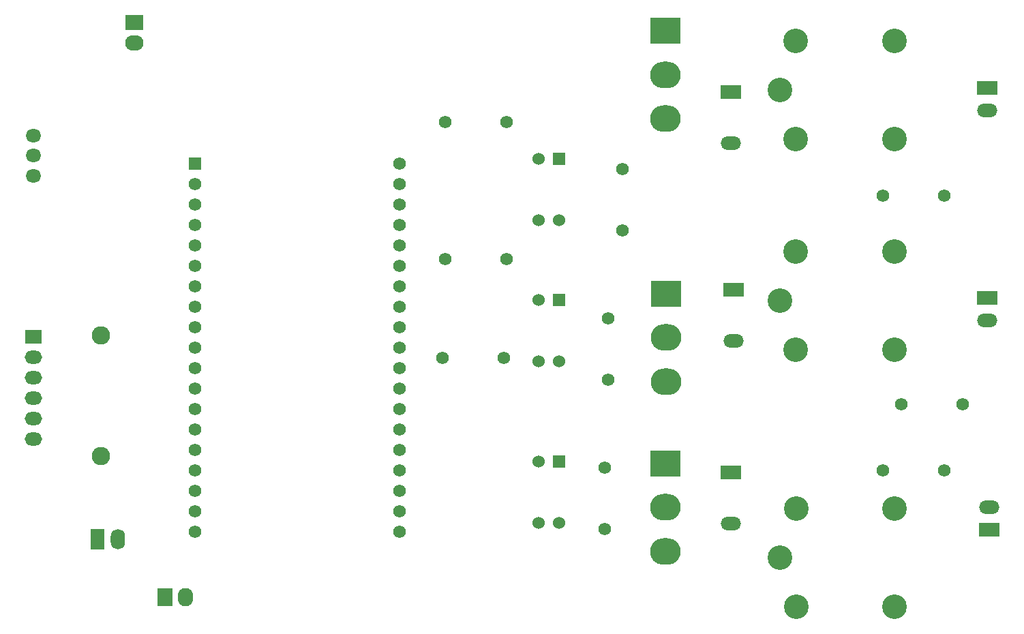
<source format=gtl>
G04*
G04 #@! TF.GenerationSoftware,Altium Limited,Altium Designer,23.1.1 (15)*
G04*
G04 Layer_Physical_Order=1*
G04 Layer_Color=255*
%FSLAX44Y44*%
%MOMM*%
G71*
G04*
G04 #@! TF.SameCoordinates,535EB812-C22A-4054-9E8E-735DEE857C18*
G04*
G04*
G04 #@! TF.FilePolarity,Positive*
G04*
G01*
G75*
%ADD36R,1.9050X2.2860*%
%ADD37O,1.9050X2.2860*%
%ADD38O,3.8100X3.3020*%
%ADD39R,3.8100X3.3020*%
%ADD40R,2.5400X1.6510*%
%ADD41O,2.5400X1.6510*%
%ADD42C,3.0480*%
%ADD43O,2.2860X1.9050*%
%ADD44R,2.2860X1.9050*%
%ADD45R,1.5600X1.5600*%
%ADD46C,1.5600*%
%ADD47O,1.9050X1.6510*%
%ADD48C,2.2860*%
%ADD49O,2.1590X1.6510*%
%ADD50R,2.1590X1.6510*%
%ADD51O,1.7780X2.5400*%
%ADD52R,1.7780X2.5400*%
%ADD53C,1.5748*%
%ADD54R,1.5240X1.5240*%
%ADD55C,1.5240*%
D36*
X275590Y66040D02*
D03*
D37*
X300990D02*
D03*
D38*
X897890Y334010D02*
D03*
Y388620D02*
D03*
X896620Y177800D02*
D03*
Y123190D02*
D03*
Y715010D02*
D03*
Y660400D02*
D03*
D39*
X897890Y443230D02*
D03*
X896620Y232410D02*
D03*
Y769620D02*
D03*
D40*
X981710Y448310D02*
D03*
X1296670Y438150D02*
D03*
X977900Y220980D02*
D03*
Y693420D02*
D03*
X1299210Y149860D02*
D03*
X1296670Y698500D02*
D03*
D41*
X981710Y384810D02*
D03*
X1296670Y410210D02*
D03*
X977900Y157480D02*
D03*
Y629920D02*
D03*
X1299210Y177800D02*
D03*
X1296670Y670560D02*
D03*
D42*
X1059100Y495300D02*
D03*
X1181100Y373380D02*
D03*
X1039100Y434340D02*
D03*
X1181100Y495300D02*
D03*
X1059100Y373380D02*
D03*
X1059180Y176530D02*
D03*
X1181180Y54610D02*
D03*
X1039180Y115570D02*
D03*
X1181180Y176530D02*
D03*
X1059180Y54610D02*
D03*
X1059100Y756920D02*
D03*
X1181100Y635000D02*
D03*
X1039100Y695960D02*
D03*
X1181100Y756920D02*
D03*
X1059100Y635000D02*
D03*
D43*
X237490Y754380D02*
D03*
D44*
Y779780D02*
D03*
D45*
X312420Y604520D02*
D03*
D46*
Y579120D02*
D03*
Y147320D02*
D03*
Y553720D02*
D03*
Y528320D02*
D03*
Y502920D02*
D03*
Y477520D02*
D03*
Y452120D02*
D03*
Y426720D02*
D03*
Y401320D02*
D03*
Y375920D02*
D03*
Y350520D02*
D03*
Y325120D02*
D03*
Y299720D02*
D03*
Y274320D02*
D03*
Y248920D02*
D03*
Y223520D02*
D03*
Y198120D02*
D03*
Y172720D02*
D03*
X566420Y604520D02*
D03*
Y579120D02*
D03*
Y553720D02*
D03*
Y528320D02*
D03*
Y502920D02*
D03*
Y477520D02*
D03*
Y452120D02*
D03*
Y426720D02*
D03*
Y401320D02*
D03*
Y375920D02*
D03*
Y350520D02*
D03*
Y325120D02*
D03*
Y299720D02*
D03*
Y274320D02*
D03*
Y248920D02*
D03*
Y223520D02*
D03*
Y198120D02*
D03*
Y172720D02*
D03*
Y147320D02*
D03*
D47*
X111760Y639826D02*
D03*
Y614934D02*
D03*
Y589280D02*
D03*
D48*
X195580Y391300D02*
D03*
Y241300D02*
D03*
D49*
X111760Y288290D02*
D03*
Y364490D02*
D03*
Y339090D02*
D03*
Y313690D02*
D03*
Y262890D02*
D03*
D50*
Y389890D02*
D03*
D51*
X217170Y138430D02*
D03*
D52*
X191770D02*
D03*
D53*
X623570Y486410D02*
D03*
X699770D02*
D03*
X1189990Y306070D02*
D03*
X1266190D02*
D03*
X825500Y412750D02*
D03*
Y336550D02*
D03*
X619760Y363220D02*
D03*
X695960D02*
D03*
X623570Y656590D02*
D03*
X699770D02*
D03*
X1243330Y223520D02*
D03*
X1167130D02*
D03*
X821690Y227330D02*
D03*
Y151130D02*
D03*
X1243330Y565150D02*
D03*
X1167130D02*
D03*
X843280Y598170D02*
D03*
Y521970D02*
D03*
D54*
X764540Y435610D02*
D03*
Y234950D02*
D03*
Y610870D02*
D03*
D55*
X739140Y435610D02*
D03*
Y359410D02*
D03*
X764540D02*
D03*
X739140Y234950D02*
D03*
Y158750D02*
D03*
X764540D02*
D03*
X739140Y610870D02*
D03*
Y534670D02*
D03*
X764540D02*
D03*
M02*

</source>
